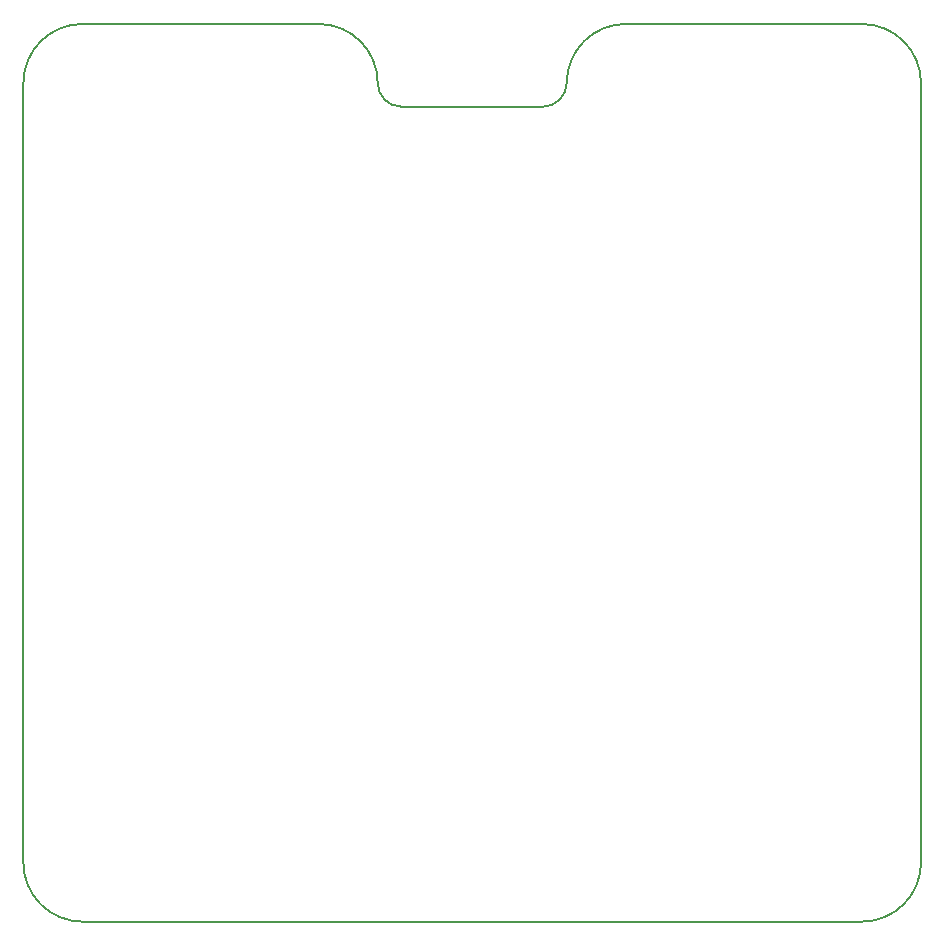
<source format=gbr>
G04 #@! TF.GenerationSoftware,KiCad,Pcbnew,(5.0.0)*
G04 #@! TF.CreationDate,2018-11-06T14:20:31+09:00*
G04 #@! TF.ProjectId,handheld_machine_back,68616E6468656C645F6D616368696E65,rev?*
G04 #@! TF.SameCoordinates,Original*
G04 #@! TF.FileFunction,Profile,NP*
%FSLAX46Y46*%
G04 Gerber Fmt 4.6, Leading zero omitted, Abs format (unit mm)*
G04 Created by KiCad (PCBNEW (5.0.0)) date 11/06/18 14:20:31*
%MOMM*%
%LPD*%
G01*
G04 APERTURE LIST*
%ADD10C,0.200000*%
%ADD11C,0.150000*%
G04 APERTURE END LIST*
D10*
X105000000Y-74000000D02*
X125000000Y-74000000D01*
D11*
X100000000Y-79000000D02*
X100000000Y-145000000D01*
X176000000Y-79000000D02*
X176000000Y-145000000D01*
X132000000Y-81000000D02*
X144000000Y-81000000D01*
X146000000Y-79000000D02*
G75*
G02X144000000Y-81000000I-2000000J0D01*
G01*
X132000000Y-81000000D02*
G75*
G02X130000000Y-79000000I0J2000000D01*
G01*
X151000000Y-74000000D02*
X171000000Y-74000000D01*
X146000000Y-79000000D02*
G75*
G02X151000000Y-74000000I5000000J0D01*
G01*
X125000000Y-74000000D02*
G75*
G02X130000000Y-79000000I0J-5000000D01*
G01*
X171000000Y-150000000D02*
X105000000Y-150000000D01*
X171000000Y-74000000D02*
G75*
G02X176000000Y-79000000I0J-5000000D01*
G01*
X100000000Y-79000000D02*
G75*
G02X105000000Y-74000000I5000000J0D01*
G01*
X105000000Y-150000000D02*
G75*
G02X100000000Y-145000000I0J5000000D01*
G01*
X176000000Y-145000000D02*
G75*
G02X171000000Y-150000000I-5000000J0D01*
G01*
M02*

</source>
